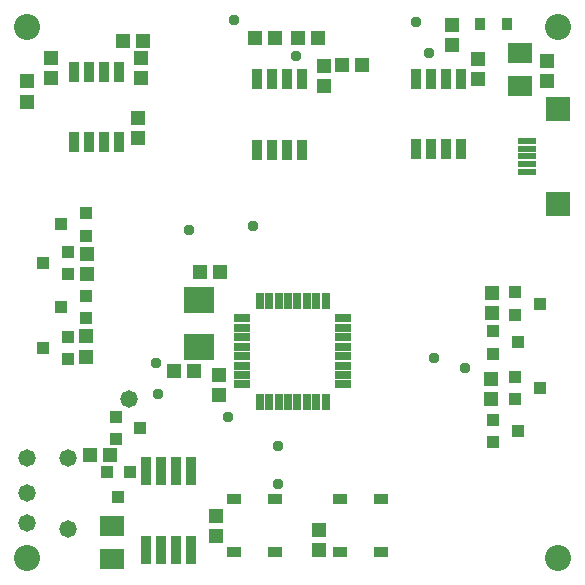
<source format=gbs>
G75*
%MOIN*%
%OFA0B0*%
%FSLAX25Y25*%
%IPPOS*%
%LPD*%
%AMOC8*
5,1,8,0,0,1.08239X$1,22.5*
%
%ADD10C,0.08674*%
%ADD11R,0.03400X0.06800*%
%ADD12R,0.05131X0.04737*%
%ADD13C,0.05800*%
%ADD14R,0.07898X0.07099*%
%ADD15R,0.04737X0.05131*%
%ADD16R,0.04343X0.03950*%
%ADD17R,0.03280X0.04068*%
%ADD18R,0.06312X0.02178*%
%ADD19R,0.08280X0.07887*%
%ADD20R,0.05131X0.03556*%
%ADD21R,0.03200X0.09500*%
%ADD22R,0.03950X0.04343*%
%ADD23R,0.05800X0.03000*%
%ADD24R,0.03000X0.05800*%
%ADD25R,0.10249X0.08674*%
%ADD26R,0.07887X0.07099*%
%ADD27C,0.03778*%
D10*
X0016343Y0017327D03*
X0193508Y0017327D03*
X0193508Y0194492D03*
X0016343Y0194492D03*
D11*
X0031874Y0179466D03*
X0036874Y0179466D03*
X0041874Y0179466D03*
X0046874Y0179466D03*
X0046874Y0156054D03*
X0041874Y0156054D03*
X0036874Y0156054D03*
X0031874Y0156054D03*
X0092898Y0153455D03*
X0097898Y0153455D03*
X0102898Y0153455D03*
X0107898Y0153455D03*
X0107898Y0176868D03*
X0102898Y0176868D03*
X0097898Y0176868D03*
X0092898Y0176868D03*
X0146047Y0177143D03*
X0151047Y0177143D03*
X0156047Y0177143D03*
X0161047Y0177143D03*
X0161047Y0153731D03*
X0156047Y0153731D03*
X0151047Y0153731D03*
X0146047Y0153731D03*
D12*
X0115398Y0174689D03*
X0115398Y0181382D03*
X0121264Y0181697D03*
X0127957Y0181697D03*
X0166579Y0183626D03*
X0166579Y0176933D03*
X0080746Y0112684D03*
X0074054Y0112684D03*
X0036343Y0112051D03*
X0036343Y0118744D03*
X0036028Y0091185D03*
X0036028Y0084492D03*
X0065254Y0079797D03*
X0071946Y0079797D03*
X0079335Y0031500D03*
X0079335Y0024807D03*
X0113783Y0026579D03*
X0113783Y0019886D03*
X0171185Y0070437D03*
X0171185Y0077130D03*
X0171500Y0098980D03*
X0171500Y0105673D03*
X0055122Y0189571D03*
X0054374Y0183980D03*
X0048429Y0189571D03*
X0054374Y0177287D03*
X0053429Y0164138D03*
X0053429Y0157445D03*
X0024217Y0177366D03*
X0016343Y0176185D03*
X0016343Y0169492D03*
X0024217Y0184059D03*
D13*
X0050240Y0070358D03*
X0030122Y0050791D03*
X0016343Y0050791D03*
X0016343Y0038980D03*
X0016343Y0029138D03*
X0030122Y0027169D03*
D14*
X0180752Y0174563D03*
X0180752Y0185760D03*
D15*
X0189807Y0183114D03*
X0189807Y0176421D03*
X0157878Y0188193D03*
X0157878Y0194886D03*
X0113390Y0190713D03*
X0106697Y0190713D03*
X0099138Y0190713D03*
X0092445Y0190713D03*
X0080519Y0078375D03*
X0080519Y0071682D03*
X0043902Y0051776D03*
X0037209Y0051776D03*
D16*
X0045870Y0056894D03*
X0045870Y0064374D03*
X0054138Y0060634D03*
X0029925Y0083626D03*
X0029925Y0091106D03*
X0036028Y0097248D03*
X0027760Y0100988D03*
X0036028Y0104728D03*
X0029925Y0111854D03*
X0021657Y0115594D03*
X0029925Y0119335D03*
X0036028Y0124807D03*
X0027760Y0128547D03*
X0036028Y0132287D03*
X0021657Y0087366D03*
X0171854Y0085437D03*
X0180122Y0089177D03*
X0171854Y0092917D03*
X0178941Y0098429D03*
X0178941Y0105909D03*
X0187209Y0102169D03*
X0178941Y0077681D03*
X0187209Y0073941D03*
X0178941Y0070201D03*
X0171854Y0063390D03*
X0180122Y0059650D03*
X0171854Y0055909D03*
D17*
X0167327Y0195476D03*
X0176382Y0195476D03*
D18*
X0183075Y0156303D03*
X0183075Y0153744D03*
X0183075Y0151185D03*
X0183075Y0148626D03*
X0183075Y0146067D03*
D19*
X0193508Y0135437D03*
X0193508Y0166933D03*
D20*
X0134453Y0036913D03*
X0120673Y0036913D03*
X0120673Y0019394D03*
X0134453Y0019394D03*
X0099020Y0019394D03*
X0085240Y0019394D03*
X0085240Y0036913D03*
X0099020Y0036913D03*
D21*
X0071087Y0046375D03*
X0066087Y0046375D03*
X0061087Y0046375D03*
X0056087Y0046375D03*
X0056087Y0019875D03*
X0061087Y0019875D03*
X0066087Y0019875D03*
X0071087Y0019875D03*
D22*
X0046854Y0037602D03*
X0043114Y0045870D03*
X0050594Y0045870D03*
D23*
X0088025Y0075201D03*
X0088025Y0078350D03*
X0088025Y0081500D03*
X0088025Y0084650D03*
X0088025Y0087799D03*
X0088025Y0090949D03*
X0088025Y0094098D03*
X0088025Y0097248D03*
X0121825Y0097248D03*
X0121825Y0094098D03*
X0121825Y0090949D03*
X0121825Y0087799D03*
X0121825Y0084650D03*
X0121825Y0081500D03*
X0121825Y0078350D03*
X0121825Y0075201D03*
D24*
X0115949Y0069324D03*
X0112799Y0069324D03*
X0109650Y0069324D03*
X0106500Y0069324D03*
X0103350Y0069324D03*
X0100201Y0069324D03*
X0097051Y0069324D03*
X0093902Y0069324D03*
X0093902Y0103124D03*
X0097051Y0103124D03*
X0100201Y0103124D03*
X0103350Y0103124D03*
X0106500Y0103124D03*
X0109650Y0103124D03*
X0112799Y0103124D03*
X0115949Y0103124D03*
D25*
X0073800Y0103258D03*
X0073800Y0087510D03*
D26*
X0044558Y0028149D03*
X0044558Y0017125D03*
D27*
X0100004Y0041933D03*
X0100004Y0054728D03*
X0083518Y0064325D03*
X0060043Y0072051D03*
X0059256Y0082287D03*
X0070476Y0126579D03*
X0091539Y0127957D03*
X0152071Y0083961D03*
X0162406Y0080713D03*
X0150201Y0185629D03*
X0146133Y0195865D03*
X0105909Y0184650D03*
X0085503Y0196652D03*
M02*

</source>
